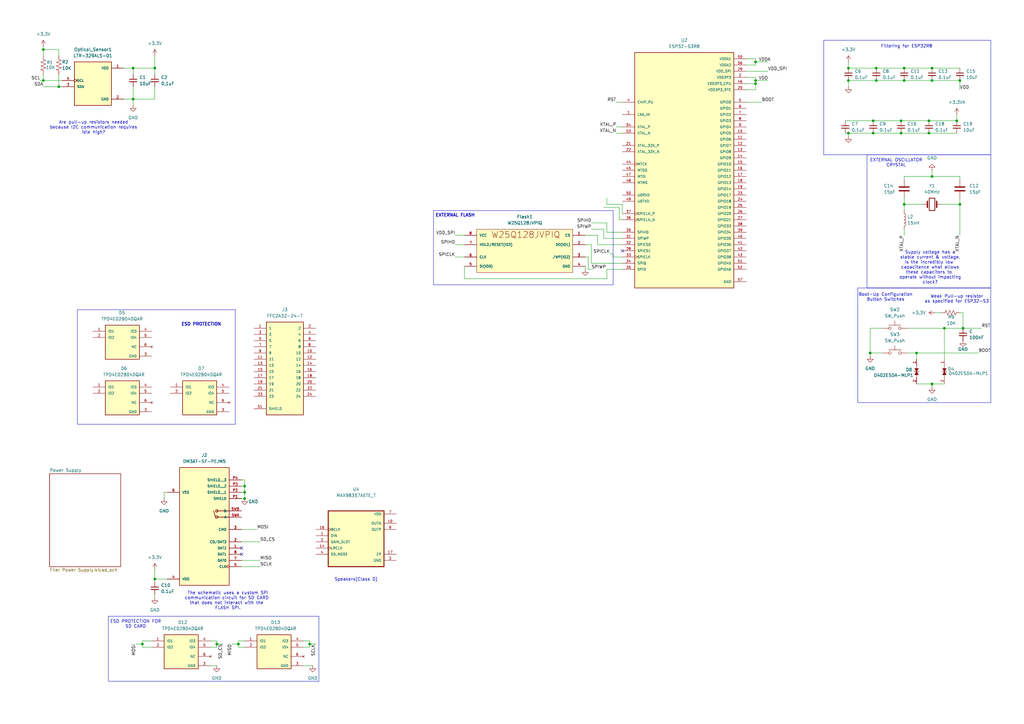
<source format=kicad_sch>
(kicad_sch (version 20250114) (generator "eeschema") (generator_version "9.0")
  (paper "A3")
  (lib_symbols
    (symbol "0402ESDA-MLP1:0402ESDA-MLP1" (pin_names (offset 1.016))
      (property "Reference" "D" (at -5.08 1.27 0))
      (property "Value" "0402ESDA-MLP1" (at -5.08 -3.81 0))
      (symbol "0402ESDA-MLP1_0_0"
        (pin passive line (at -5.08 0 0) (length 2.54) (name "~") (number "1"))
        (pin passive line (at 5.08 0 180) (length 2.54) (name "~") (number "2"))
      )
    )
    (symbol "24 Pin FPC Connector:FFC2A32-24-T" (pin_names (offset 1.016))
      (property "Reference" "J" (at -7.62 18.542 0))
      (property "Value" "FFC2A32-24-T" (at -7.62 -22.86 0))
      (symbol "FFC2A32-24-T_0_0"
        (pin passive line (at -12.7 15.24 0) (length 5.08) (name "1") (number "1"))
        (pin passive line (at -12.7 12.7 0) (length 5.08) (name "3") (number "3"))
        (pin passive line (at -12.7 10.16 0) (length 5.08) (name "5") (number "5"))
        (pin passive line (at -12.7 7.62 0) (length 5.08) (name "7") (number "7"))
        (pin passive line (at -12.7 5.08 0) (length 5.08) (name "9") (number "9"))
        (pin passive line (at -12.7 2.54 0) (length 5.08) (name "11") (number "11"))
        (pin passive line (at -12.7 0 0) (length 5.08) (name "13") (number "13"))
        (pin passive line (at -12.7 -2.54 0) (length 5.08) (name "15") (number "15"))
        (pin passive line (at -12.7 -5.08 0) (length 5.08) (name "17") (number "17"))
        (pin passive line (at -12.7 -7.62 0) (length 5.08) (name "19") (number "19"))
        (pin passive line (at -12.7 -10.16 0) (length 5.08) (name "21") (number "21"))
        (pin passive line (at -12.7 -12.7 0) (length 5.08) (name "23") (number "23"))
        (pin passive line (at -12.7 -17.78 0) (length 5.08) (name "SHIELD") (number "S1"))
        (pin passive line (at -12.7 -17.78 0) (length 5.08) (hide yes) (name "SHIELD") (number "S2"))
        (pin passive line (at -12.7 -17.78 0) (length 5.08) (hide yes) (name "SHIELD") (number "S3"))
        (pin passive line (at -12.7 -17.78 0) (length 5.08) (hide yes) (name "SHIELD") (number "S4"))
        (pin passive line (at 12.7 15.24 180) (length 5.08) (name "2") (number "2"))
        (pin passive line (at 12.7 12.7 180) (length 5.08) (name "4") (number "4"))
        (pin passive line (at 12.7 10.16 180) (length 5.08) (name "6") (number "6"))
        (pin passive line (at 12.7 7.62 180) (length 5.08) (name "8") (number "8"))
        (pin passive line (at 12.7 5.08 180) (length 5.08) (name "10") (number "10"))
        (pin passive line (at 12.7 2.54 180) (length 5.08) (name "12") (number "12"))
        (pin passive line (at 12.7 0 180) (length 5.08) (name "14") (number "14"))
        (pin passive line (at 12.7 -2.54 180) (length 5.08) (name "16") (number "16"))
        (pin passive line (at 12.7 -5.08 180) (length 5.08) (name "18") (number "18"))
        (pin passive line (at 12.7 -7.62 180) (length 5.08) (name "20") (number "20"))
        (pin passive line (at 12.7 -10.16 180) (length 5.08) (name "22") (number "22"))
        (pin passive line (at 12.7 -12.7 180) (length 5.08) (name "24") (number "24"))
      )
    )
    (symbol "DM3AT-SF-PEJM5 SIM Card:DM3AT-SF-PEJM5" (pin_names (offset 1.016))
      (property "Reference" "J" (at -10.16 20.828 0))
      (property "Value" "DM3AT-SF-PEJM5" (at -10.16 -30.48 0))
      (symbol "DM3AT-SF-PEJM5_0_0"
        (pin bidirectional clock (at -15.24 12.7 0) (length 5.08) (name "CLK") (number "5"))
        (pin bidirectional line (at -15.24 10.16 0) (length 5.08) (name "DAT0") (number "7"))
        (pin bidirectional line (at -15.24 7.62 0) (length 5.08) (name "DAT1") (number "8"))
        (pin bidirectional line (at -15.24 5.08 0) (length 5.08) (name "DAT2") (number "1"))
        (pin bidirectional line (at -15.24 2.54 0) (length 5.08) (name "CD/DAT3") (number "2"))
        (pin bidirectional line (at -15.24 -2.54 0) (length 5.08) (name "CMD") (number "3"))
        (pin bidirectional line (at -15.24 -7.62 0) (length 5.08) (name "A") (number "SWA"))
        (pin bidirectional line (at -15.24 -10.16 0) (length 5.08) (name "B") (number "SWB"))
        (pin passive line (at -15.24 -15.24 0) (length 5.08) (name "SHIELD") (number "P1"))
        (pin passive line (at -15.24 -17.78 0) (length 5.08) (name "SHIELD__1") (number "P2"))
        (pin passive line (at -15.24 -20.32 0) (length 5.08) (name "SHIELD__2") (number "P3"))
        (pin passive line (at -15.24 -22.86 0) (length 5.08) (name "SHIELD__3") (number "P4"))
        (pin power_in line (at 15.24 17.78 180) (length 5.08) (name "VDD") (number "4"))
        (pin power_in line (at 15.24 -17.78 180) (length 5.08) (name "VSS") (number "6"))
      )
    )
    (symbol "Device:C" (pin_numbers (hide yes)) (pin_names (offset 0.254))
      (property "Reference" "C" (at 0.635 2.54 0))
      (property "Value" "C" (at 0.635 -2.54 0))
      (symbol "C_1_1"
        (pin passive line (at 0 3.81 270) (length 2.794) (name "~") (number "1"))
        (pin passive line (at 0 -3.81 90) (length 2.794) (name "~") (number "2"))
      )
    )
    (symbol "Device:C_Small" (pin_numbers (hide yes)) (pin_names (offset 0.254) (hide yes))
      (property "Reference" "C" (at 0.254 1.778 0))
      (property "Value" "C_Small" (at 0.254 -2.032 0))
      (symbol "C_Small_1_1"
        (pin passive line (at 0 2.54 270) (length 2.032) (name "~") (number "1"))
        (pin passive line (at 0 -2.54 90) (length 2.032) (name "~") (number "2"))
      )
    )
    (symbol "Device:Crystal" (pin_numbers (hide yes)) (pin_names (offset 1.016) (hide yes))
      (property "Reference" "Y" (at 0 3.81 0))
      (property "Value" "Crystal" (at 0 -3.81 0))
      (symbol "Crystal_1_1"
        (pin passive line (at -3.81 0 0) (length 1.27) (name "1") (number "1"))
        (pin passive line (at 3.81 0 180) (length 1.27) (name "2") (number "2"))
      )
    )
    (symbol "Device:L" (pin_numbers (hide yes)) (pin_names (offset 1.016) (hide yes))
      (property "Reference" "L" (at -1.27 0 90))
      (property "Value" "L" (at 1.905 0 90))
      (symbol "L_1_1"
        (pin passive line (at 0 3.81 270) (length 1.27) (name "1") (number "1"))
        (pin passive line (at 0 -3.81 90) (length 1.27) (name "2") (number "2"))
      )
    )
    (symbol "Device:R_US" (pin_numbers (hide yes)) (pin_names (offset 0))
      (property "Reference" "R" (at 2.54 0 90))
      (property "Value" "R_US" (at -2.54 0 90))
      (symbol "R_US_1_1"
        (pin passive line (at 0 3.81 270) (length 1.27) (name "~") (number "1"))
        (pin passive line (at 0 -3.81 90) (length 1.27) (name "~") (number "2"))
      )
    )
    (symbol "ESP32-S3R8:ESP32-S3R8" (pin_names (offset 1.016))
      (property "Reference" "U" (at -20.32 49.53 0))
      (property "Value" "ESP32-S3R8" (at -20.32 -49.53 0))
      (symbol "ESP32-S3R8_0_0"
        (pin input line (at -25.4 27.94 0) (length 5.08) (name "CHIP_PU") (number "4"))
        (pin bidirectional line (at -25.4 22.86 0) (length 5.08) (name "LNA_IN") (number "1"))
        (pin input line (at -25.4 17.78 0) (length 5.08) (name "XTAL_P") (number "54"))
        (pin output line (at -25.4 15.24 0) (length 5.08) (name "XTAL_N") (number "53"))
        (pin bidirectional line (at -25.4 10.16 0) (length 5.08) (name "XTAL_32K_P") (number "21"))
        (pin bidirectional line (at -25.4 7.62 0) (length 5.08) (name "XTAL_32K_N") (number "22"))
        (pin bidirectional clock (at -25.4 2.54 0) (length 5.08) (name "MTCK") (number "44"))
        (pin bidirectional line (at -25.4 0 0) (length 5.08) (name "MTDO") (number "45"))
        (pin bidirectional line (at -25.4 -2.54 0) (length 5.08) (name "MTDI") (number "47"))
        (pin bidirectional line (at -25.4 -5.08 0) (length 5.08) (name "MTMS") (number "48"))
        (pin bidirectional line (at -25.4 -10.16 0) (length 5.08) (name "U0RXD") (number "50"))
        (pin bidirectional line (at -25.4 -12.7 0) (length 5.08) (name "U0TXD") (number "49"))
        (pin bidirectional clock (at -25.4 -17.78 0) (length 5.08) (name "SPICLK_P") (number "37"))
        (pin bidirectional clock (at -25.4 -20.32 0) (length 5.08) (name "SPICLK_N") (number "36"))
        (pin bidirectional line (at -25.4 -25.4 0) (length 5.08) (name "SPIHD") (number "30"))
        (pin bidirectional line (at -25.4 -27.94 0) (length 5.08) (name "SPIWP") (number "31"))
        (pin bidirectional line (at -25.4 -30.48 0) (length 5.08) (name "SPICS0") (number "32"))
        (pin bidirectional line (at -25.4 -33.02 0) (length 5.08) (name "SPICS1") (number "28"))
        (pin bidirectional clock (at -25.4 -35.56 0) (length 5.08) (name "SPICLK") (number "33"))
        (pin bidirectional line (at -25.4 -38.1 0) (length 5.08) (name "SPIQ") (number "34"))
        (pin bidirectional line (at -25.4 -40.64 0) (length 5.08) (name "SPID") (number "35"))
        (pin power_in line (at 25.4 45.72 180) (length 5.08) (name "VDDA1") (number "55"))
        (pin power_in line (at 25.4 43.18 180) (length 5.08) (name "VDDA2") (number "56"))
        (pin power_in line (at 25.4 40.64 180) (length 5.08) (name "VDD_SPI") (number "29"))
        (pin power_in line (at 25.4 38.1 180) (length 5.08) (name "VDD3P3") (number "2"))
        (pin power_in line (at 25.4 38.1 180) (length 5.08) (hide yes) (name "VDD3P3") (number "3"))
        (pin power_in line (at 25.4 35.56 180) (length 5.08) (name "VDD3P3_CPU") (number "46"))
        (pin power_in line (at 25.4 33.02 180) (length 5.08) (name "VDD3P3_RTC") (number "20"))
        (pin bidirectional line (at 25.4 27.94 180) (length 5.08) (name "GPIO0") (number "5"))
        (pin bidirectional line (at 25.4 25.4 180) (length 5.08) (name "GPIO1") (number "6"))
        (pin bidirectional line (at 25.4 22.86 180) (length 5.08) (name "GPIO2") (number "7"))
        (pin bidirectional line (at 25.4 20.32 180) (length 5.08) (name "GPIO3") (number "8"))
        (pin bidirectional line (at 25.4 17.78 180) (length 5.08) (name "GPIO4") (number "9"))
        (pin bidirectional line (at 25.4 15.24 180) (length 5.08) (name "GPIO5") (number "10"))
        (pin bidirectional line (at 25.4 12.7 180) (length 5.08) (name "GPIO6") (number "11"))
        (pin bidirectional line (at 25.4 10.16 180) (length 5.08) (name "GPIO7") (number "12"))
        (pin bidirectional line (at 25.4 7.62 180) (length 5.08) (name "GPIO8") (number "13"))
        (pin bidirectional line (at 25.4 5.08 180) (length 5.08) (name "GPIO9") (number "14"))
        (pin bidirectional line (at 25.4 2.54 180) (length 5.08) (name "GPIO10") (number "15"))
        (pin bidirectional line (at 25.4 0 180) (length 5.08) (name "GPIO11") (number "16"))
        (pin bidirectional line (at 25.4 -2.54 180) (length 5.08) (name "GPIO12") (number "17"))
        (pin bidirectional line (at 25.4 -5.08 180) (length 5.08) (name "GPIO13") (number "18"))
        (pin bidirectional line (at 25.4 -7.62 180) (length 5.08) (name "GPIO14") (number "19"))
        (pin bidirectional line (at 25.4 -10.16 180) (length 5.08) (name "GPIO17") (number "23"))
        (pin bidirectional line (at 25.4 -12.7 180) (length 5.08) (name "GPIO18") (number "24"))
        (pin bidirectional line (at 25.4 -15.24 180) (length 5.08) (name "GPIO19") (number "25"))
        (pin bidirectional line (at 25.4 -17.78 180) (length 5.08) (name "GPIO20") (number "26"))
        (pin bidirectional line (at 25.4 -20.32 180) (length 5.08) (name "GPIO21") (number "27"))
        (pin bidirectional line (at 25.4 -22.86 180) (length 5.08) (name "GPIO33") (number "38"))
        (pin bidirectional line (at 25.4 -25.4 180) (length 5.08) (name "GPIO34") (number "39"))
        (pin bidirectional line (at 25.4 -27.94 180) (length 5.08) (name "GPIO35") (number "40"))
        (pin bidirectional line (at 25.4 -30.48 180) (length 5.08) (name "GPIO36") (number "41"))
        (pin bidirectional line (at 25.4 -33.02 180) (length 5.08) (name "GPIO37") (number "42"))
        (pin bidirectional line (at 25.4 -35.56 180) (length 5.08) (name "GPIO38") (number "43"))
        (pin bidirectional line (at 25.4 -38.1 180) (length 5.08) (name "GPIO45") (number "51"))
        (pin bidirectional line (at 25.4 -40.64 180) (length 5.08) (name "GPIO46") (number "52"))
        (pin power_in line (at 25.4 -45.72 180) (length 5.08) (name "GND") (number "57"))
      )
    )
    (symbol "LTR-329ALS-01:LTR-329ALS-01" (pin_names (offset 1.016))
      (property "Reference" "U" (at -7.62 8.382 0))
      (property "Value" "LTR-329ALS-01" (at -7.62 -12.446 0))
      (symbol "LTR-329ALS-01_0_0"
        (pin input clock (at -12.7 0 0) (length 5.08) (name "SCL") (number "4"))
        (pin bidirectional line (at -12.7 -2.54 0) (length 5.08) (name "SDA") (number "3"))
        (pin power_in line (at 12.7 5.08 180) (length 5.08) (name "VDD") (number "1"))
        (pin power_in line (at 12.7 -7.62 180) (length 5.08) (name "GND") (number "2"))
      )
    )
    (symbol "MAX98357AETE+T:MAX98357AETE_T" (pin_names (offset 1.016))
      (property "Reference" "U5" (at 0 20.32 0))
      (property "Value" "MAX98357AETE_T" (at 0 17.78 0))
      (symbol "MAX98357AETE_T_0_0"
        (pin input clock (at -16.51 3.81 0) (length 5.08) (name "BCLK") (number "16"))
        (pin input line (at -16.51 1.27 0) (length 5.08) (name "DIN") (number "1"))
        (pin input line (at -16.51 -1.27 0) (length 5.08) (name "GAIN_SLOT") (number "2"))
        (pin input clock (at -16.51 -3.81 0) (length 5.08) (name "LRCLK") (number "14"))
        (pin input line (at -16.51 -6.35 0) (length 5.08) (name "SD_MODE") (number "4"))
        (pin power_in line (at 16.51 10.16 180) (length 5.08) (name "VDD") (number "7"))
        (pin power_in line (at 16.51 10.16 180) (length 5.08) (hide yes) (name "VDD") (number "8"))
        (pin output line (at 16.51 6.35 180) (length 5.08) (name "OUTN") (number "10"))
        (pin output line (at 16.51 3.81 180) (length 5.08) (name "OUTP") (number "9"))
        (pin power_in line (at 16.51 -6.35 180) (length 5.08) (name "EP") (number "17"))
        (pin power_in line (at 16.51 -8.89 180) (length 5.08) (hide yes) (name "GND") (number "11"))
        (pin power_in line (at 16.51 -8.89 180) (length 5.08) (hide yes) (name "GND") (number "15"))
        (pin power_in line (at 16.51 -8.89 180) (length 5.08) (name "GND") (number "3"))
      )
    )
    (symbol "Switch:SW_Push" (pin_numbers (hide yes)) (pin_names (offset 1.016) (hide yes))
      (property "Reference" "SW" (at 1.27 2.54 0))
      (property "Value" "SW_Push" (at 0 -1.524 0))
      (symbol "SW_Push_0_1"
        (pin passive line (at -5.08 0 0) (length 2.54) (name "1") (number "1"))
        (pin passive line (at 5.08 0 180) (length 2.54) (name "2") (number "2"))
      )
    )
    (symbol "TPD4E02B04DQAR_1" (pin_names (offset 1.016))
      (property "Reference" "D5" (at 0 12.7 0))
      (property "Value" "TPD4E02B04DQAR" (at 0 10.16 0))
      (symbol "TPD4E02B04DQAR_1_0_0"
        (pin bidirectional line (at -12.7 5.08 0) (length 5.08) (name "IO1") (number "1"))
        (pin bidirectional line (at -12.7 2.54 0) (length 5.08) (name "IO2") (number "2"))
        (pin bidirectional line (at 11.43 5.08 180) (length 5.08) (name "IO3") (number "4"))
        (pin bidirectional line (at 11.43 2.54 180) (length 5.08) (name "IO4") (number "5"))
        (pin no_connect line (at 11.43 -1.27 180) (length 5.08) (hide yes) (name "NC") (number "10"))
        (pin no_connect line (at 11.43 -1.27 180) (length 5.08) (name "NC") (number "6"))
        (pin no_connect line (at 11.43 -1.27 180) (length 5.08) (hide yes) (name "NC") (number "7"))
        (pin no_connect line (at 11.43 -1.27 180) (length 5.08) (hide yes) (name "NC") (number "9"))
        (pin power_in line (at 11.43 -5.08 180) (length 5.08) (name "GND") (number "3"))
        (pin power_in line (at 11.43 -5.08 180) (length 5.08) (hide yes) (name "GND") (number "8"))
      )
    )
    (symbol "W25Q128JVPIQ:W25Q128JVPIQ" (pin_names (offset 1.016))
      (property "Reference" "U4" (at 0 15.24 0))
      (property "Value" "W25Q128JVPIQ" (at 0 12.7 0))
      (symbol "W25Q128JVPIQ_0_0"
        (text "W25Q128JVPIQ" (at -1.016 6.604 0) (effects (font (size 2.54 2.54))))
        (pin bidirectional line (at -25.4 6.35 0) (length 5.08) (name "CS") (number "1"))
        (pin bidirectional line (at -25.4 2.54 0) (length 5.08) (name "DO(IO1)") (number "2"))
        (pin bidirectional line (at -25.4 -2.54 0) (length 5.08) (name "/WP(IO2)") (number "3"))
        (pin bidirectional line (at -25.4 -6.35 0) (length 5.08) (name "GND") (number "4"))
        (pin bidirectional line (at -25.4 -6.35 0) (length 5.08) (hide yes) (name "GND") (number "9"))
        (pin bidirectional line (at 24.13 6.35 180) (length 5.08) (name "VCC") (number "8"))
        (pin bidirectional line (at 24.13 2.54 180) (length 5.08) (name "HOLD/RESET(IO3)") (number "7"))
        (pin bidirectional line (at 24.13 -2.54 180) (length 5.08) (name "CLK") (number "6"))
        (pin bidirectional line (at 24.13 -6.35 180) (length 5.08) (name "DI(IO0)") (number "5"))
      )
    )
    (symbol "power:+3.3V" (power) (pin_numbers (hide yes)) (pin_names (offset 0) (hide yes))
      (property "Value" "+3.3V" (at 0 3.556 0))
      (symbol "+3.3V_1_1"
        (pin power_in line (at 0 0 90) (length 0) (name "~") (number "1"))
      )
    )
    (symbol "power:GND" (power) (pin_numbers (hide yes)) (pin_names (offset 0) (hide yes))
      (property "Value" "GND" (at 0 -3.81 0))
      (symbol "GND_1_1"
        (pin power_in line (at 0 0 270) (length 0) (name "~") (number "1"))
      )
    )
  )
  (rectangle (start 44.45 252.73) (end 130.81 279.4))
  (rectangle (start 351.79 118.11) (end 406.4 165.1))
  (rectangle (start 31.75 127) (end 96.52 173.99))
  (rectangle (start 355.6 63.5) (end 406.4 118.11))
  (rectangle (start 177.8 86.36) (end 251.46 116.84))
  (rectangle (start 337.82 16.51) (end 406.4 63.5))
  (text "ESD PROTECTION" (at 82.55 133.096 0) (effects (font (size 1.27 1.27) (thickness 0.254) (bold yes))))
  (text "The schematic uses a custom SPI\ncommunication circuit for SD CARD \nthat does not interact with the \nFLASH SPI." (at 93.472 246.38 0) (effects (font (size 1.27 1.27))))
  (text "Weak Pull-up resistor\nas specified for ESP32-S3\n" (at 392.43 122.682 0) (effects (font (size 1.27 1.27))))
  (text "Supply voltage has a\nstable current & voltage.\nIs the incredibly low \ncapacitance what allows\nthese capacitors to \noperate without impacting\nclock?" (at 381.508 109.728 0) (effects (font (size 1.27 1.27))))
  (text "Boot-Up Configuration\nButton Switches\n" (at 363.22 121.92 0) (effects (font (size 1.27 1.27))))
  (text "EXTERNAL OSCILLATOR\nCRYSTAL\n" (at 367.538 66.802 0) (effects (font (size 1.27 1.27))))
  (text "Speakers(Class D)\n" (at 146.05 237.744 0) (effects (font (size 1.27 1.27))))
  (text "Are pull-up resistors needed\nbecause I2C communication requires\nidle high?\n" (at 38.354 52.324 0) (effects (font (size 1.27 1.27))))
  (text "ESD PROTECTION FOR\nSD CARD\n" (at 55.626 256.032 0) (effects (font (size 1.27 1.27))))
  (text "EXTERNAL FLASH\n" (at 186.69 88.392 0) (effects (font (size 1.27 1.27) (thickness 0.254) (bold yes))))
  (text "Filtering for ESP32R8\n" (at 371.856 19.05 0) (effects (font (size 1.27 1.27))))
  (junction (at 393.7 33.02))
  (junction (at 17.78 20.32))
  (junction (at 17.78 33.02))
  (junction (at 347.98 54.61))
  (junction (at 309.88 34.29))
  (junction (at 387.35 134.62))
  (junction (at 359.41 33.02))
  (junction (at 381 54.61))
  (junction (at 369.57 54.61))
  (junction (at 382.27 157.48))
  (junction (at 100.33 199.39))
  (junction (at 309.88 25.4))
  (junction (at 369.57 49.53))
  (junction (at 381 49.53))
  (junction (at 394.97 134.62))
  (junction (at 393.7 83.82))
  (junction (at 100.33 204.47))
  (junction (at 359.41 27.94))
  (junction (at 358.14 54.61))
  (junction (at 375.92 144.78))
  (junction (at 63.5 27.94))
  (junction (at 63.5 237.49))
  (junction (at 347.98 27.94))
  (junction (at 309.88 33.02))
  (junction (at 54.61 40.64))
  (junction (at 24.13 35.56))
  (junction (at 358.14 49.53))
  (junction (at 97.79 264.16))
  (junction (at 347.98 33.02))
  (junction (at 356.87 144.78))
  (junction (at 58.42 264.16))
  (junction (at 370.84 27.94))
  (junction (at 382.27 33.02))
  (junction (at 88.9 264.16))
  (junction (at 100.33 201.93))
  (junction (at 370.84 33.02))
  (junction (at 54.61 27.94))
  (junction (at 382.27 72.39))
  (junction (at 370.84 83.82))
  (junction (at 382.27 27.94))
  (junction (at 127 264.16))
  (junction (at 392.43 49.53))
  (no_connect (at 255.27 102.87))
  (no_connect (at 99.06 224.79))
  (no_connect (at 99.06 227.33))
  (wire (pts (xy 241.3 110.49) (xy 241.3 105.41)))
  (wire (pts (xy 382.27 157.48) (xy 382.27 158.75)))
  (wire (pts (xy 255.27 87.63) (xy 255.27 83.82)))
  (wire (pts (xy 250.19 104.14) (xy 251.46 104.14)))
  (wire (pts (xy 347.98 33.02) (xy 347.98 35.56)))
  (wire (pts (xy 99.06 201.93) (xy 100.33 201.93)))
  (wire (pts (xy 242.57 107.95) (xy 242.57 100.33)))
  (wire (pts (xy 99.06 196.85) (xy 100.33 196.85)))
  (wire (pts (xy 370.84 93.98) (xy 370.84 96.52)))
  (wire (pts (xy 58.42 265.43) (xy 62.23 265.43)))
  (wire (pts (xy 381 49.53) (xy 392.43 49.53)))
  (wire (pts (xy 86.36 265.43) (xy 88.9 265.43)))
  (wire (pts (xy 382.27 33.02) (xy 393.7 33.02)))
  (wire (pts (xy 370.84 83.82) (xy 370.84 86.36)))
  (wire (pts (xy 393.7 83.82) (xy 393.7 81.28)))
  (wire (pts (xy 17.78 35.56) (xy 24.13 35.56)))
  (wire (pts (xy 383.54 128.27) (xy 386.08 128.27)))
  (wire (pts (xy 95.25 264.16) (xy 97.79 264.16)))
  (wire (pts (xy 370.84 81.28) (xy 370.84 83.82)))
  (wire (pts (xy 361.95 144.78) (xy 356.87 144.78)))
  (wire (pts (xy 248.92 114.3) (xy 190.5 114.3)))
  (wire (pts (xy 248.92 110.49) (xy 248.92 114.3)))
  (wire (pts (xy 251.46 104.14) (xy 251.46 105.41)))
  (wire (pts (xy 387.35 134.62) (xy 387.35 147.32)))
  (wire (pts (xy 68.58 201.93) (xy 67.31 201.93)))
  (wire (pts (xy 375.92 144.78) (xy 372.11 144.78)))
  (wire (pts (xy 86.36 262.89) (xy 88.9 262.89)))
  (wire (pts (xy 309.88 33.02) (xy 314.96 33.02)))
  (wire (pts (xy 375.92 157.48) (xy 382.27 157.48)))
  (wire (pts (xy 393.7 33.02) (xy 393.7 36.83)))
  (wire (pts (xy 306.07 29.21) (xy 314.96 29.21)))
  (wire (pts (xy 309.88 33.02) (xy 309.88 31.75)))
  (wire (pts (xy 309.88 36.83) (xy 309.88 34.29)))
  (wire (pts (xy 241.3 105.41) (xy 240.03 105.41)))
  (wire (pts (xy 375.92 147.32) (xy 375.92 144.78)))
  (wire (pts (xy 375.92 144.78) (xy 401.32 144.78)))
  (wire (pts (xy 382.27 72.39) (xy 393.7 72.39)))
  (wire (pts (xy 309.88 25.4) (xy 309.88 26.67)))
  (wire (pts (xy 63.5 40.64) (xy 54.61 40.64)))
  (wire (pts (xy 247.65 97.79) (xy 255.27 97.79)))
  (wire (pts (xy 54.61 30.48) (xy 54.61 27.94)))
  (wire (pts (xy 63.5 35.56) (xy 63.5 40.64)))
  (wire (pts (xy 86.36 273.05) (xy 88.9 273.05)))
  (wire (pts (xy 63.5 237.49) (xy 63.5 238.76)))
  (wire (pts (xy 50.8 27.94) (xy 54.61 27.94)))
  (wire (pts (xy 309.88 25.4) (xy 314.96 25.4)))
  (wire (pts (xy 54.61 27.94) (xy 63.5 27.94)))
  (wire (pts (xy 361.95 134.62) (xy 356.87 134.62)))
  (wire (pts (xy 63.5 22.86) (xy 63.5 27.94)))
  (wire (pts (xy 386.08 83.82) (xy 393.7 83.82)))
  (wire (pts (xy 190.5 114.3) (xy 190.5 109.22)))
  (wire (pts (xy 387.35 134.62) (xy 394.97 134.62)))
  (wire (pts (xy 359.41 33.02) (xy 370.84 33.02)))
  (wire (pts (xy 124.46 273.05) (xy 128.27 273.05)))
  (wire (pts (xy 67.31 201.93) (xy 67.31 204.47)))
  (wire (pts (xy 372.11 134.62) (xy 387.35 134.62)))
  (wire (pts (xy 17.78 30.48) (xy 17.78 33.02)))
  (wire (pts (xy 306.07 34.29) (xy 309.88 34.29)))
  (wire (pts (xy 255.27 90.17) (xy 254 90.17)))
  (wire (pts (xy 255.27 107.95) (xy 242.57 107.95)))
  (wire (pts (xy 306.07 41.91) (xy 312.42 41.91)))
  (wire (pts (xy 17.78 20.32) (xy 17.78 22.86)))
  (wire (pts (xy 347.98 54.61) (xy 358.14 54.61)))
  (wire (pts (xy 97.79 262.89) (xy 97.79 264.16)))
  (wire (pts (xy 24.13 35.56) (xy 25.4 35.56)))
  (wire (pts (xy 255.27 110.49) (xy 248.92 110.49)))
  (wire (pts (xy 63.5 233.68) (xy 63.5 237.49)))
  (wire (pts (xy 370.84 83.82) (xy 378.46 83.82)))
  (wire (pts (xy 88.9 262.89) (xy 88.9 264.16)))
  (wire (pts (xy 356.87 144.78) (xy 356.87 146.05)))
  (wire (pts (xy 99.06 229.87) (xy 106.68 229.87)))
  (wire (pts (xy 17.78 19.05) (xy 17.78 20.32)))
  (wire (pts (xy 100.33 201.93) (xy 100.33 204.47)))
  (wire (pts (xy 347.98 25.4) (xy 347.98 27.94)))
  (wire (pts (xy 186.69 100.33) (xy 190.5 100.33)))
  (wire (pts (xy 99.06 232.41) (xy 106.68 232.41)))
  (wire (pts (xy 88.9 264.16) (xy 91.44 264.16)))
  (wire (pts (xy 63.5 30.48) (xy 63.5 27.94)))
  (wire (pts (xy 99.06 222.25) (xy 106.68 222.25)))
  (wire (pts (xy 105.41 217.17) (xy 99.06 217.17)))
  (wire (pts (xy 97.79 265.43) (xy 100.33 265.43)))
  (wire (pts (xy 242.57 100.33) (xy 240.03 100.33)))
  (wire (pts (xy 247.65 93.98) (xy 247.65 97.79)))
  (wire (pts (xy 392.43 46.99) (xy 392.43 49.53)))
  (wire (pts (xy 306.07 31.75) (xy 309.88 31.75)))
  (wire (pts (xy 124.46 262.89) (xy 127 262.89)))
  (wire (pts (xy 16.51 33.02) (xy 17.78 33.02)))
  (wire (pts (xy 347.98 54.61) (xy 347.98 55.88)))
  (wire (pts (xy 242.57 110.49) (xy 241.3 110.49)))
  (wire (pts (xy 358.14 54.61) (xy 369.57 54.61)))
  (wire (pts (xy 17.78 33.02) (xy 25.4 33.02)))
  (wire (pts (xy 58.42 262.89) (xy 58.42 264.16)))
  (wire (pts (xy 97.79 264.16) (xy 97.79 265.43)))
  (wire (pts (xy 394.97 134.62) (xy 402.59 134.62)))
  (wire (pts (xy 186.69 96.52) (xy 190.5 96.52)))
  (wire (pts (xy 186.69 105.41) (xy 190.5 105.41)))
  (wire (pts (xy 347.98 27.94) (xy 359.41 27.94)))
  (wire (pts (xy 24.13 30.48) (xy 24.13 35.56)))
  (wire (pts (xy 99.06 204.47) (xy 100.33 204.47)))
  (wire (pts (xy 247.65 85.09) (xy 254 85.09)))
  (wire (pts (xy 55.88 264.16) (xy 58.42 264.16)))
  (wire (pts (xy 381 54.61) (xy 392.43 54.61)))
  (wire (pts (xy 245.11 100.33) (xy 245.11 96.52)))
  (wire (pts (xy 393.7 83.82) (xy 393.7 96.52)))
  (wire (pts (xy 252.73 52.07) (xy 255.27 52.07)))
  (wire (pts (xy 54.61 35.56) (xy 54.61 40.64)))
  (wire (pts (xy 127 265.43) (xy 127 264.16)))
  (wire (pts (xy 255.27 83.82) (xy 248.92 83.82)))
  (wire (pts (xy 306.07 36.83) (xy 309.88 36.83)))
  (wire (pts (xy 309.88 24.13) (xy 309.88 25.4)))
  (wire (pts (xy 248.92 95.25) (xy 255.27 95.25)))
  (wire (pts (xy 88.9 264.16) (xy 88.9 265.43)))
  (wire (pts (xy 359.41 27.94) (xy 370.84 27.94)))
  (wire (pts (xy 124.46 265.43) (xy 127 265.43)))
  (wire (pts (xy 347.98 33.02) (xy 359.41 33.02)))
  (wire (pts (xy 346.71 49.53) (xy 358.14 49.53)))
  (wire (pts (xy 370.84 33.02) (xy 382.27 33.02)))
  (wire (pts (xy 252.73 54.61) (xy 255.27 54.61)))
  (wire (pts (xy 369.57 54.61) (xy 381 54.61)))
  (wire (pts (xy 309.88 34.29) (xy 309.88 33.02)))
  (wire (pts (xy 382.27 157.48) (xy 387.35 157.48)))
  (wire (pts (xy 245.11 96.52) (xy 240.03 96.52)))
  (wire (pts (xy 369.57 49.53) (xy 381 49.53)))
  (wire (pts (xy 100.33 196.85) (xy 100.33 199.39)))
  (wire (pts (xy 370.84 73.66) (xy 370.84 72.39)))
  (wire (pts (xy 63.5 243.84) (xy 63.5 245.11)))
  (wire (pts (xy 370.84 27.94) (xy 382.27 27.94)))
  (wire (pts (xy 99.06 199.39) (xy 100.33 199.39)))
  (wire (pts (xy 63.5 237.49) (xy 68.58 237.49)))
  (wire (pts (xy 252.73 41.91) (xy 255.27 41.91)))
  (wire (pts (xy 17.78 20.32) (xy 24.13 20.32)))
  (wire (pts (xy 254 90.17) (xy 254 85.09)))
  (wire (pts (xy 100.33 199.39) (xy 100.33 201.93)))
  (wire (pts (xy 100.33 262.89) (xy 97.79 262.89)))
  (wire (pts (xy 382.27 27.94) (xy 393.7 27.94)))
  (wire (pts (xy 306.07 24.13) (xy 309.88 24.13)))
  (wire (pts (xy 370.84 72.39) (xy 382.27 72.39)))
  (wire (pts (xy 54.61 40.64) (xy 54.61 43.18)))
  (wire (pts (xy 255.27 100.33) (xy 245.11 100.33)))
  (wire (pts (xy 394.97 128.27) (xy 394.97 134.62)))
  (wire (pts (xy 240.03 110.49) (xy 240.03 109.22)))
  (wire (pts (xy 62.23 262.89) (xy 58.42 262.89)))
  (wire (pts (xy 251.46 105.41) (xy 255.27 105.41)))
  (wire (pts (xy 346.71 54.61) (xy 347.98 54.61)))
  (wire (pts (xy 127 264.16) (xy 127 262.89)))
  (wire (pts (xy 358.14 49.53) (xy 369.57 49.53)))
  (wire (pts (xy 50.8 40.64) (xy 54.61 40.64)))
  (wire (pts (xy 58.42 264.16) (xy 58.42 265.43)))
  (wire (pts (xy 382.27 72.39) (xy 382.27 69.85)))
  (wire (pts (xy 242.57 91.44) (xy 248.92 91.44)))
  (wire (pts (xy 393.7 128.27) (xy 394.97 128.27)))
  (wire (pts (xy 393.7 73.66) (xy 393.7 72.39)))
  (wire (pts (xy 248.92 91.44) (xy 248.92 95.25)))
  (wire (pts (xy 309.88 26.67) (xy 306.07 26.67)))
  (wire (pts (xy 248.92 81.28) (xy 248.92 83.82)))
  (wire (pts (xy 242.57 93.98) (xy 247.65 93.98)))
  (wire (pts (xy 356.87 134.62) (xy 356.87 144.78)))
  (wire (pts (xy 24.13 20.32) (xy 24.13 22.86)))
  (wire (pts (xy 127 264.16) (xy 129.54 264.16)))
  (label "SCL" (at 16.51 33.02 180))
  (label "MISO" (at 106.68 229.87 0))
  (label "XTAL_N" (at 393.7 96.52 270))
  (label "SPICLK" (at 250.19 104.14 180))
  (label "VDD" (at 393.7 36.83 0))
  (label "SPIWP" (at 242.57 93.98 180))
  (label "VDD_SPI" (at 314.96 29.21 0))
  (label "BOOT" (at 312.42 41.91 0))
  (label "MOSI" (at 105.41 217.17 0))
  (label "RST" (at 402.59 134.62 0))
  (label "SDA" (at 17.78 35.56 180))
  (label "SPICLK" (at 186.69 105.41 180))
  (label "XTAL_P" (at 252.73 52.07 180))
  (label "MISO" (at 95.25 264.16 270))
  (label "SCLK" (at 106.68 232.41 0))
  (label "VDD" (at 311.15 33.02 0))
  (label "XTAL_P" (at 370.84 96.52 270))
  (label "MOSI" (at 55.88 264.16 270))
  (label "SD_CS" (at 106.68 222.25 0))
  (label "VDD_SPI" (at 186.69 96.52 180))
  (label "VDDA" (at 311.15 25.4 0))
  (label "SD_CS" (at 91.44 264.16 270))
  (label "SPIWP" (at 242.57 110.49 0))
  (label "XTAL_N" (at 252.73 54.61 180))
  (label "SPIHD" (at 242.57 91.44 180))
  (label "SCLK" (at 129.54 264.16 270))
  (label "BOOT" (at 401.32 144.78 0))
  (label "SPIHD" (at 186.69 100.33 180))
  (label "RST" (at 252.73 41.91 180))
  (symbol (lib_id "Device:C") (at 370.84 77.47 0) (unit 1)
    (property "Reference" "C14" (at 362.458 76.2 0) (effects (justify left)))
    (property "Value" "15pF" (at 362.458 78.74 0) (effects (justify left)))
    (property "Description" "Unpolarized capacitor" (effects (hide yes)))
  )
  (symbol (lib_id "LTR-329ALS-01:LTR-329ALS-01") (at 38.1 33.02 0) (unit 1)
    (property "Reference" "Optical_Sensor1" (at 38.1 20.32 0))
    (property "Value" "LTR-329ALS-01" (at 38.1 22.86 0))
    (property "Footprint" "LTR-329ALS-01:IC_LTR-329ALS-01" (effects (hide yes)))
    (property "DigiKey_Part_Number" "160-2160-1-ND" (effects (hide yes)))
    (property "SnapEDA_Link" "https://www.snapeda.com/parts/LTR-329ALS-01/Lite-On/view-part/?ref=snap" (effects (hide yes)))
    (property "MAXIMUM_PACKAGE_HEIGHT" "0.7mm" (effects (hide yes)))
    (property "CREATOR" "DIZAR" (effects (hide yes)))
    (property "Package" "VDFN-4 Lite-On" (effects (hide yes)))
    (property "Check_prices" "https://www.snapeda.com/parts/LTR-329ALS-01/Lite-On/view-part/?ref=eda" (effects (hide yes)))
    (property "STANDARD" "Manufacturer Recommendations" (effects (hide yes)))
    (property "PARTREV" "1.8" (effects (hide yes)))
    (property "MF" "Lite-On Inc." (effects (hide yes)))
    (property "MP" "LTR-329ALS-01" (effects (hide yes)))
    (property "Description_1" "Optical Sensor Ambient - I²C 4-VDFN" (effects (hide yes)))
    (property "MANUFACTURER" "Lite-On Inc." (effects (hide yes)))
  )
  (symbol (lib_id "Device:C_Small") (at 346.71 52.07 0) (unit 1)
    (property "Reference" "C7" (at 349.25 50.8062 0) (effects (justify left)))
    (property "Value" "0.1uF" (at 349.25 53.3462 0) (effects (justify left)))
    (property "Description" "Unpolarized capacitor, small symbol" (effects (hide yes)))
  )
  (symbol (lib_name "TPD4E02B04DQAR_1") (lib_id "TPD4E02B04DQAR (TVS Diodes):TPD4E02B04DQAR") (at 82.55 163.83 0) (unit 1)
    (property "Reference" "D7" (at 82.55 151.13 0))
    (property "Value" "TPD4E02B04DQAR" (at 82.55 153.67 0))
    (property "Footprint" "TPD4E02B04DQAR:DIO_TPD4E02B04DQAR" (effects (hide yes)))
    (property "DigiKey_Part_Number" "296-43875-1-ND" (effects (hide yes)))
    (property "SnapEDA_Link" "https://www.snapeda.com/parts/TPD4E02B04DQAR/Texas+Instruments/view-part/?ref=snap" (effects (hide yes)))
    (property "MAXIMUM_PACKAGE_HEIGHT" "0.55 mm" (effects (hide yes)))
    (property "Package" "USON-10 Texas Instruments" (effects (hide yes)))
    (property "Check_prices" "https://www.snapeda.com/parts/TPD4E02B04DQAR/Texas+Instruments/view-part/?ref=eda" (effects (hide yes)))
    (property "STANDARD" "Manufacturer Recommendations" (effects (hide yes)))
    (property "PARTREV" "B" (effects (hide yes)))
    (property "MF" "Texas Instruments" (effects (hide yes)))
    (property "MP" "TPD4E02B04DQAR" (effects (hide yes)))
    (property "Description_1" "Quad 0.25-pF, ±3.6-V, ±12-kV ESD protection diode for USB 3.0,  HDMI 2.0 & High Speed Signals" (effects (hide yes)))
    (property "MANUFACTURER" "Texas Instruments" (effects (hide yes)))
  )
  (symbol (lib_id "Device:C_Small") (at 54.61 33.02 0) (unit 1)
    (property "Reference" "C1" (at 57.15 31.7562 0) (effects (justify left)))
    (property "Value" "10uF" (at 57.15 34.2962 0) (effects (justify left)))
    (property "Description" "Unpolarized capacitor, small symbol" (effects (hide yes)))
  )
  (symbol (lib_id "Device:C_Small") (at 382.27 30.48 0) (unit 1)
    (property "Reference" "C13" (at 384.81 29.2162 0) (effects (justify left)))
    (property "Value" "0.1uF" (at 384.81 31.7562 0) (effects (justify left)))
    (property "Description" "Unpolarized capacitor, small symbol" (effects (hide yes)))
  )
  (symbol (lib_id "power:GND") (at 347.98 35.56 0) (unit 1)
    (property "Reference" "#PWR03" (effects (hide yes)))
    (property "Value" "GND" (effects (hide yes)))
    (property "Description" "Power symbol creates a global label with name \"GND\" , ground" (effects (hide yes)))
  )
  (symbol (lib_id "0402ESDA-MLP1:0402ESDA-MLP1") (at 375.92 152.4 270) (unit 1)
    (property "Reference" "D8" (at 374.142 151.638 90) (effects (justify right)))
    (property "Value" "0402ESDA-MLP1" (at 374.65 153.924 90) (effects (justify right)))
    (property "Footprint" "0402ESDA-MLP1:ESD_0402ESDA-MLP1" (effects (hide yes)))
    (property "DigiKey_Part_Number" "283-0402ESDA-MLP1CT-ND" (effects (hide yes)))
    (property "MF" "Eaton" (effects (hide yes)))
    (property "DESCRIPTION" "ESD Suppressor Diode Polymer Bi-Dir 30V 2-Pin Case 0402(1006Metric) T/R" (effects (hide yes)))
    (property "PACKAGE" "0402 Eaton" (effects (hide yes)))
    (property "PRICE" "None" (effects (hide yes)))
    (property "Package" "0402 Eaton" (effects (hide yes)))
    (property "Check_prices" "https://www.snapeda.com/parts/0402ESDA-MLP1/Eaton/view-part/?ref=eda" (effects (hide yes)))
    (property "SnapEDA_Link" "https://www.snapeda.com/parts/0402ESDA-MLP1/Eaton/view-part/?ref=snap" (effects (hide yes)))
    (property "MP" "0402ESDA-MLP1" (effects (hide yes)))
    (property "AVAILABILITY" "In Stock" (effects (hide yes)))
    (property "Description_1" "SUPPRESSORS ESD SUPPRESSORS POLYSURG 0402 35V .05PF | Eaton Electronics 0402ESDA-MLP1" (effects (hide yes)))
  )
  (symbol (lib_id "Device:C_Small") (at 394.97 137.16 0) (unit 1)
    (property "Reference" "C" (at 397.51 135.8962 0) (effects (justify left)))
    (property "Value" "100nF" (at 397.51 138.4362 0) (effects (justify left)))
    (property "Description" "Unpolarized capacitor, small symbol" (effects (hide yes)))
  )
  (symbol (lib_id "Device:R_US") (at 17.78 26.67 0) (unit 1)
    (property "Reference" "R1" (at 19.05 25.654 0) (effects (justify left)))
    (property "Value" "10K" (at 18.796 27.686 0) (effects (justify left)))
    (property "Description" "Resistor, US symbol" (effects (hide yes)))
  )
  (symbol (lib_id "Device:C_Small") (at 359.41 30.48 0) (unit 1)
    (property "Reference" "C8" (at 361.95 29.2162 0) (effects (justify left)))
    (property "Value" "0.1uF" (at 361.95 31.7562 0) (effects (justify left)))
    (property "Description" "Unpolarized capacitor, small symbol" (effects (hide yes)))
  )
  (symbol (lib_id "Device:C_Small") (at 369.57 52.07 0) (unit 1)
    (property "Reference" "C16" (at 372.11 50.8062 0) (effects (justify left)))
    (property "Value" "0.1uF" (at 372.11 53.3462 0) (effects (justify left)))
    (property "Description" "Unpolarized capacitor, small symbol" (effects (hide yes)))
  )
  (symbol (lib_id "power:GND") (at 382.27 158.75 0) (unit 1)
    (property "Reference" "#PWR07" (effects (hide yes)))
    (property "Value" "GND" (at 382.27 163.83 0))
    (property "Description" "Power symbol creates a global label with name \"GND\" , ground" (effects (hide yes)))
  )
  (symbol (lib_id "MAX98357AETE+T:MAX98357AETE_T") (at 146.05 220.98 0) (unit 1)
    (property "Reference" "U4" (at 146.05 200.66 0))
    (property "Value" "MAX98357AETE_T" (at 146.05 203.2 0))
    (property "Footprint" "MAX98357AETE_T:QFN50P300X300X80-17N" (effects (hide yes)))
    (property "DigiKey_Part_Number" "MAX98357AETE+TCT-ND" (effects (hide yes)))
    (property "MF" "Analog Devices" (effects (hide yes)))
    (property "Description_1" "Tiny, Low-Cost, PCM Class D Amplifier with Class AB Performance" (effects (hide yes)))
    (property "Package" "TQFN-16 Maxim" (effects (hide yes)))
    (property "Price" "None" (effects (hide yes)))
    (property "SnapEDA_Link" "https://www.snapeda.com/parts/MAX98357AETE+T/Analog+Devices/view-part/?ref=snap" (effects (hide yes)))
    (property "MP" "MAX98357AETE+T" (effects (hide yes)))
    (property "Availability" "Unavailable" (effects (hide yes)))
    (property "Check_prices" "https://www.snapeda.com/parts/MAX98357AETE+T/Analog+Devices/view-part/?ref=eda" (effects (hide yes)))
  )
  (symbol (lib_id "Device:C_Small") (at 63.5 33.02 0) (unit 1)
    (property "Reference" "C2" (at 66.04 31.7562 0) (effects (justify left)))
    (property "Value" "0.1uF" (at 66.04 34.2962 0) (effects (justify left)))
    (property "Description" "Unpolarized capacitor, small symbol" (effects (hide yes)))
  )
  (symbol (lib_id "power:+3.3V") (at 383.54 128.27 90) (unit 1)
    (property "Reference" "#PWR09" (effects (hide yes)))
    (property "Value" "+3.3V" (at 379.73 128.2699 90) (effects (justify left)))
    (property "Description" "Power symbol creates a global label with name \"+3.3V\"" (effects (hide yes)))
  )
  (symbol (lib_id "Device:C_Small") (at 358.14 52.07 0) (unit 1)
    (property "Reference" "C9" (at 360.68 50.8062 0) (effects (justify left)))
    (property "Value" "0.1uF" (at 360.68 53.3462 0) (effects (justify left)))
    (property "Description" "Unpolarized capacitor, small symbol" (effects (hide yes)))
  )
  (symbol (lib_id "Device:C_Small") (at 393.7 30.48 0) (unit 1)
    (property "Reference" "C15" (at 396.24 29.2162 0) (effects (justify left)))
    (property "Value" "10uF" (at 396.24 31.7562 0) (effects (justify left)))
    (property "Description" "Unpolarized capacitor, small symbol" (effects (hide yes)))
  )
  (symbol (lib_id "power:GND") (at 347.98 55.88 0) (unit 1)
    (property "Reference" "#PWR02" (effects (hide yes)))
    (property "Value" "GND" (effects (hide yes)))
    (property "Description" "Power symbol creates a global label with name \"GND\" , ground" (effects (hide yes)))
  )
  (symbol (lib_id "Device:R_US") (at 24.13 26.67 0) (unit 1)
    (property "Reference" "R2" (at 25.4 25.4 0) (effects (justify left)))
    (property "Value" "10K" (at 25.4 27.94 0) (effects (justify left)))
    (property "Description" "Resistor, US symbol" (effects (hide yes)))
  )
  (symbol (lib_name "TPD4E02B04DQAR_1") (lib_id "TPD4E02B04DQAR (TVS Diodes):TPD4E02B04DQAR") (at 113.03 267.97 0) (unit 1)
    (property "Reference" "D13" (at 113.03 255.27 0))
    (property "Value" "TPD4E02B04DQAR" (at 113.03 257.81 0))
    (property "Footprint" "TPD4E02B04DQAR:DIO_TPD4E02B04DQAR" (effects (hide yes)))
    (property "DigiKey_Part_Number" "296-43875-1-ND" (effects (hide yes)))
    (property "SnapEDA_Link" "https://www.snapeda.com/parts/TPD4E02B04DQAR/Texas+Instruments/view-part/?ref=snap" (effects (hide yes)))
    (property "MAXIMUM_PACKAGE_HEIGHT" "0.55 mm" (effects (hide yes)))
    (property "Package" "USON-10 Texas Instruments" (effects (hide yes)))
    (property "Check_prices" "https://www.snapeda.com/parts/TPD4E02B04DQAR/Texas+Instruments/view-part/?ref=eda" (effects (hide yes)))
    (property "STANDARD" "Manufacturer Recommendations" (effects (hide yes)))
    (property "PARTREV" "B" (effects (hide yes)))
    (property "MF" "Texas Instruments" (effects (hide yes)))
    (property "MP" "TPD4E02B04DQAR" (effects (hide yes)))
    (property "Description_1" "Quad 0.25-pF, ±3.6-V, ±12-kV ESD protection diode for USB 3.0,  HDMI 2.0 & High Speed Signals" (effects (hide yes)))
    (property "MANUFACTURER" "Texas Instruments" (effects (hide yes)))
  )
  (symbol (lib_name "TPD4E02B04DQAR_1") (lib_id "TPD4E02B04DQAR (TVS Diodes):TPD4E02B04DQAR") (at 74.93 267.97 0) (unit 1)
    (property "Reference" "D12" (at 74.93 255.27 0))
    (property "Value" "TPD4E02B04DQAR" (at 74.93 257.81 0))
    (property "Footprint" "TPD4E02B04DQAR:DIO_TPD4E02B04DQAR" (effects (hide yes)))
    (property "DigiKey_Part_Number" "296-43875-1-ND" (effects (hide yes)))
    (property "SnapEDA_Link" "https://www.snapeda.com/parts/TPD4E02B04DQAR/Texas+Instruments/view-part/?ref=snap" (effects (hide yes)))
    (property "MAXIMUM_PACKAGE_HEIGHT" "0.55 mm" (effects (hide yes)))
    (property "Package" "USON-10 Texas Instruments" (effects (hide yes)))
    (property "Check_prices" "https://www.snapeda.com/parts/TPD4E02B04DQAR/Texas+Instruments/view-part/?ref=eda" (effects (hide yes)))
    (property "STANDARD" "Manufacturer Recommendations" (effects (hide yes)))
    (property "PARTREV" "B" (effects (hide yes)))
    (property "MF" "Texas Instruments" (effects (hide yes)))
    (property "MP" "TPD4E02B04DQAR" (effects (hide yes)))
    (property "Description_1" "Quad 0.25-pF, ±3.6-V, ±12-kV ESD protection diode for USB 3.0,  HDMI 2.0 & High Speed Signals" (effects (hide yes)))
    (property "MANUFACTURER" "Texas Instruments" (effects (hide yes)))
  )
  (symbol (lib_id "power:GND") (at 67.31 204.47 0) (unit 1)
    (property "Reference" "#PWR0101" (effects (hide yes)))
    (property "Value" "GND" (at 67.31 209.55 0))
    (property "Description" "Power symbol creates a global label with name \"GND\" , ground" (effects (hide yes)))
  )
  (symbol (lib_id "power:GND") (at 382.27 69.85 180) (unit 1)
    (property "Reference" "#PWR05" (effects (hide yes)))
    (property "Value" "GND" (at 382.27 64.77 0))
    (property "Description" "Power symbol creates a global label with name \"GND\" , ground" (effects (hide yes)))
  )
  (symbol (lib_id "Switch:SW_Push") (at 367.03 144.78 0) (unit 1)
    (property "Reference" "SW3" (at 367.03 137.16 0))
    (property "Value" "SW_Push" (at 367.03 139.7 0))
    (property "Description" "Push button switch, generic, two pins" (effects (hide yes)))
  )
  (symbol (lib_id "power:+3.3V") (at 17.78 19.05 0) (unit 1)
    (property "Reference" "#PWR0105" (effects (hide yes)))
    (property "Value" "+3.3V" (at 17.78 13.97 0))
    (property "Description" "Power symbol creates a global label with name \"+3.3V\"" (effects (hide yes)))
  )
  (symbol (lib_id "power:+3.3V") (at 63.5 233.68 0) (unit 1)
    (property "Reference" "#PWR0104" (effects (hide yes)))
    (property "Value" "+3.3V" (at 63.5 228.6 0))
    (property "Description" "Power symbol creates a global label with name \"+3.3V\"" (effects (hide yes)))
  )
  (symbol (lib_id "Device:C_Small") (at 63.5 241.3 0) (unit 1)
    (property "Reference" "C10" (at 66.04 240.0362 0) (effects (justify left)))
    (property "Value" "0.1uF" (at 66.04 242.5762 0) (effects (justify left)))
    (property "Description" "Unpolarized capacitor, small symbol" (effects (hide yes)))
  )
  (symbol (lib_id "power:+3.3V") (at 347.98 25.4 0) (unit 1)
    (property "Reference" "#PWR0110" (effects (hide yes)))
    (property "Value" "+3.3V" (at 347.98 20.32 0))
    (property "Description" "Power symbol creates a global label with name \"+3.3V\"" (effects (hide yes)))
  )
  (symbol (lib_id "Device:L") (at 370.84 90.17 0) (unit 1)
    (property "Reference" "L2" (at 372.11 88.8999 0) (effects (justify left)))
    (property "Value" "15nH" (at 372.11 91.4399 0) (effects (justify left)))
    (property "Description" "Inductor" (effects (hide yes)))
  )
  (symbol (lib_id "Device:C_Small") (at 381 52.07 0) (unit 1)
    (property "Reference" "C18" (at 383.54 50.8062 0) (effects (justify left)))
    (property "Value" "0.1uF" (at 383.54 53.3462 0) (effects (justify left)))
    (property "Description" "Unpolarized capacitor, small symbol" (effects (hide yes)))
  )
  (symbol (lib_id "power:GND") (at 63.5 245.11 0) (unit 1)
    (property "Reference" "#PWR0103" (effects (hide yes)))
    (property "Value" "GND" (at 63.5 250.19 0))
    (property "Description" "Power symbol creates a global label with name \"GND\" , ground" (effects (hide yes)))
  )
  (symbol (lib_id "power:GND") (at 88.9 273.05 0) (unit 1)
    (property "Reference" "#PWR011" (effects (hide yes)))
    (property "Value" "GND" (at 88.9 278.13 0))
    (property "Description" "Power symbol creates a global label with name \"GND\" , ground" (effects (hide yes)))
  )
  (symbol (lib_id "Device:R_US") (at 389.89 128.27 90) (unit 1)
    (property "Reference" "R9" (at 390.144 130.048 90))
    (property "Value" "10K" (at 390.144 132.588 90))
    (property "Description" "Resistor, US symbol" (effects (hide yes)))
  )
  (symbol (lib_id "0402ESDA-MLP1:0402ESDA-MLP1") (at 387.35 152.4 270) (unit 1)
    (property "Reference" "D4" (at 391.414 151.384 90) (effects (justify right)))
    (property "Value" "0402ESDA-MLP1" (at 405.384 153.162 90) (effects (justify right)))
    (property "Footprint" "0402ESDA-MLP1:ESD_0402ESDA-MLP1" (effects (hide yes)))
    (property "DigiKey_Part_Number" "283-0402ESDA-MLP1CT-ND" (effects (hide yes)))
    (property "MF" "Eaton" (effects (hide yes)))
    (property "DESCRIPTION" "ESD Suppressor Diode Polymer Bi-Dir 30V 2-Pin Case 0402(1006Metric) T/R" (effects (hide yes)))
    (property "PACKAGE" "0402 Eaton" (effects (hide yes)))
    (property "PRICE" "None" (effects (hide yes)))
    (property "Package" "0402 Eaton" (effects (hide yes)))
    (property "Check_prices" "https://www.snapeda.com/parts/0402ESDA-MLP1/Eaton/view-part/?ref=eda" (effects (hide yes)))
    (property "SnapEDA_Link" "https://www.snapeda.com/parts/0402ESDA-MLP1/Eaton/view-part/?ref=snap" (effects (hide yes)))
    (property "MP" "0402ESDA-MLP1" (effects (hide yes)))
    (property "AVAILABILITY" "In Stock" (effects (hide yes)))
    (property "Description_1" "SUPPRESSORS ESD SUPPRESSORS POLYSURG 0402 35V .05PF | Eaton Electronics 0402ESDA-MLP1" (effects (hide yes)))
  )
  (symbol (lib_id "ESP32-S3R8:ESP32-S3R8") (at 280.67 69.85 0) (unit 1)
    (property "Reference" "U2" (at 280.67 16.51 0))
    (property "Value" "ESP32-S3R8" (at 280.67 19.05 0))
    (property "Footprint" "ESP32-S3R8:QFN40P700X700X90-57N" (effects (hide yes)))
    (property "DigiKey_Part_Number" "1904-ESP32-S3R8CT-ND" (effects (hide yes)))
    (property "MF" "Espressif Systems" (effects (hide yes)))
    (property "Description_1" "IC RF TxRx + MCU Bluetooth, WiFi 802.11b/g/n, Bluetooth v5.0 2.412GHz ~ 2.484GHz 56-VFQFN Exposed Pad" (effects (hide yes)))
    (property "Package" "None" (effects (hide yes)))
    (property "Price" "None" (effects (hide yes)))
    (property "Check_prices" "https://www.snapeda.com/parts/ESP32-S3R8/Espressif+Systems/view-part/?ref=eda" (effects (hide yes)))
    (property "SnapEDA_Link" "https://www.snapeda.com/parts/ESP32-S3R8/Espressif+Systems/view-part/?ref=snap" (effects (hide yes)))
    (property "MP" "ESP32-S3R8" (effects (hide yes)))
    (property "Availability" "In Stock" (effects (hide yes)))
    (property "Purchase-URL" "https://pricing.snapeda.com/search/part/ESP32-S3R8/?ref=eda" (effects (hide yes)))
  )
  (symbol (lib_id "Device:C_Small") (at 392.43 52.07 0) (unit 1)
    (property "Reference" "C19" (at 394.97 50.8062 0) (effects (justify left)))
    (property "Value" "10uF" (at 394.97 53.3462 0) (effects (justify left)))
    (property "Description" "Unpolarized capacitor, small symbol" (effects (hide yes)))
  )
  (symbol (lib_id "Device:Crystal") (at 382.27 83.82 0) (unit 1)
    (property "Reference" "Y1" (at 382.27 76.2 0))
    (property "Value" "40MHz" (at 382.27 78.74 0))
    (property "Description" "Two pin crystal" (effects (hide yes)))
  )
  (symbol (lib_id "W25Q128JVPIQ:W25Q128JVPIQ") (at 214.63 102.87 0) (mirror y) (unit 1)
    (property "Reference" "Flash1" (at 215.265 88.9 0))
    (property "Value" "W25Q128JVPIQ" (at 215.265 91.44 0))
    (property "Footprint" "W25Q128JVPIQ:W25Q128JVPIQ" (effects (hide yes)))
    (property "DigiKey_Part_Number" "256-W25Q128JVPIQ-TUBE-ND" (effects (hide yes)))
    (property "SnapEDA_Link" "https://www.snapeda.com/parts/W25Q128JVPIQ/Winbond/view-part/?ref=snap" (effects (hide yes)))
    (property "Description_1" "FLASH - NOR Memory IC 128Mb (16M x 8) SPI - Quad I/O, QPI, DTR 133 MHz 8-WSON (6x5)" (effects (hide yes)))
    (property "MF" "Winbond" (effects (hide yes)))
    (property "Package" "WDFN-8 Winbond Electronics" (effects (hide yes)))
    (property "Check_prices" "https://www.snapeda.com/parts/W25Q128JVPIQ/Winbond/view-part/?ref=eda" (effects (hide yes)))
    (property "MP" "W25Q128JVPIQ" (effects (hide yes)))
  )
  (symbol (lib_id "Switch:SW_Push") (at 367.03 134.62 0) (unit 1)
    (property "Reference" "SW2" (at 367.03 127 0))
    (property "Value" "SW_Push" (at 367.03 129.54 0))
    (property "Description" "Push button switch, generic, two pins" (effects (hide yes)))
  )
  (symbol (lib_id "power:+3.3V") (at 392.43 46.99 0) (unit 1)
    (property "Reference" "#PWR01" (effects (hide yes)))
    (property "Value" "+3.3VA" (at 392.43 41.91 0))
    (property "Description" "Power symbol creates a global label with name \"+3.3V\"" (effects (hide yes)))
  )
  (symbol (lib_id "Device:C_Small") (at 347.98 30.48 0) (unit 1)
    (property "Reference" "C6" (at 350.52 29.2162 0) (effects (justify left)))
    (property "Value" "0.1uF" (at 350.52 31.7562 0) (effects (justify left)))
    (property "Description" "Unpolarized capacitor, small symbol" (effects (hide yes)))
  )
  (symbol (lib_id "power:GND") (at 54.61 43.18 0) (unit 1)
    (property "Reference" "#PWR0107" (effects (hide yes)))
    (property "Value" "GND" (at 54.61 48.26 0))
    (property "Description" "Power symbol creates a global label with name \"GND\" , ground" (effects (hide yes)))
  )
  (symbol (lib_id "power:GND") (at 100.33 204.47 0) (unit 1)
    (property "Reference" "#PWR0102" (effects (hide yes)))
    (property "Value" "GND" (at 103.886 205.74 0))
    (property "Description" "Power symbol creates a global label with name \"GND\" , ground" (effects (hide yes)))
  )
  (symbol (lib_name "TPD4E02B04DQAR_1") (lib_id "TPD4E02B04DQAR (TVS Diodes):TPD4E02B04DQAR") (at 50.8 140.97 0) (unit 1)
    (property "Reference" "D5" (at 50.038 128.27 0))
    (property "Value" "TPD4E02B04DQAR" (at 50.038 130.81 0))
    (property "Footprint" "TPD4E02B04DQAR:DIO_TPD4E02B04DQAR" (effects (hide yes)))
    (property "DigiKey_Part_Number" "296-43875-1-ND" (effects (hide yes)))
    (property "SnapEDA_Link" "https://www.snapeda.com/parts/TPD4E02B04DQAR/Texas+Instruments/view-part/?ref=snap" (effects (hide yes)))
    (property "MAXIMUM_PACKAGE_HEIGHT" "0.55 mm" (effects (hide yes)))
    (property "Package" "USON-10 Texas Instruments" (effects (hide yes)))
    (property "Check_prices" "https://www.snapeda.com/parts/TPD4E02B04DQAR/Texas+Instruments/view-part/?ref=eda" (effects (hide yes)))
    (property "STANDARD" "Manufacturer Recommendations" (effects (hide yes)))
    (property "PARTREV" "B" (effects (hide yes)))
    (property "MF" "Texas Instruments" (effects (hide yes)))
    (property "MP" "TPD4E02B04DQAR" (effects (hide yes)))
    (property "Description_1" "Quad 0.25-pF, ±3.6-V, ±12-kV ESD protection diode for USB 3.0,  HDMI 2.0 & High Speed Signals" (effects (hide yes)))
    (property "MANUFACTURER" "Texas Instruments" (effects (hide yes)))
  )
  (symbol (lib_id "Device:C") (at 393.7 77.47 0) (unit 1)
    (property "Reference" "C12" (at 397.51 76.1999 0) (effects (justify left)))
    (property "Value" "15pF" (at 397.51 78.7399 0) (effects (justify left)))
    (property "Description" "Unpolarized capacitor" (effects (hide yes)))
  )
  (symbol (lib_id "DM3AT-SF-PEJM5 SIM Card:DM3AT-SF-PEJM5") (at 83.82 219.71 180) (unit 1)
    (property "Reference" "J2" (at 83.82 186.69 0))
    (property "Value" "DM3AT-SF-PEJM5" (at 83.82 189.23 0))
    (property "Footprint" "DM3AT-SF-PEJM5:HRS_DM3AT-SF-PEJM5" (effects (hide yes)))
    (property "PARTREV" "20200913" (effects (hide yes)))
    (property "STANDARD" "Manufacturer Recommendations" (effects (hide yes)))
    (property "MAXIMUM_PACKAGE_HEIGHT" "1.83 mm" (effects (hide yes)))
    (property "MANUFACTURER" "Hirose Electric Co Ltd" (effects (hide yes)))
  )
  (symbol (lib_name "TPD4E02B04DQAR_1") (lib_id "TPD4E02B04DQAR (TVS Diodes):TPD4E02B04DQAR") (at 50.8 163.83 0) (unit 1)
    (property "Reference" "D6" (at 50.8 151.13 0))
    (property "Value" "TPD4E02B04DQAR" (at 50.8 153.67 0))
    (property "Footprint" "TPD4E02B04DQAR:DIO_TPD4E02B04DQAR" (effects (hide yes)))
    (property "DigiKey_Part_Number" "296-43875-1-ND" (effects (hide yes)))
    (property "SnapEDA_Link" "https://www.snapeda.com/parts/TPD4E02B04DQAR/Texas+Instruments/view-part/?ref=snap" (effects (hide yes)))
    (property "MAXIMUM_PACKAGE_HEIGHT" "0.55 mm" (effects (hide yes)))
    (property "Package" "USON-10 Texas Instruments" (effects (hide yes)))
    (property "Check_prices" "https://www.snapeda.com/parts/TPD4E02B04DQAR/Texas+Instruments/view-part/?ref=eda" (effects (hide yes)))
    (property "STANDARD" "Manufacturer Recommendations" (effects (hide yes)))
    (property "PARTREV" "B" (effects (hide yes)))
    (property "MF" "Texas Instruments" (effects (hide yes)))
    (property "MP" "TPD4E02B04DQAR" (effects (hide yes)))
    (property "Description_1" "Quad 0.25-pF, ±3.6-V, ±12-kV ESD protection diode for USB 3.0,  HDMI 2.0 & High Speed Signals" (effects (hide yes)))
    (property "MANUFACTURER" "Texas Instruments" (effects (hide yes)))
  )
  (symbol (lib_id "Device:C_Small") (at 370.84 30.48 0) (unit 1)
    (property "Reference" "C11" (at 373.38 29.2162 0) (effects (justify left)))
    (property "Value" "0.1uF" (at 373.38 31.7562 0) (effects (justify left)))
    (property "Description" "Unpolarized capacitor, small symbol" (effects (hide yes)))
  )
  (symbol (lib_id "power:GND") (at 128.27 273.05 0) (unit 1)
    (property "Reference" "#PWR012" (effects (hide yes)))
    (property "Value" "GND" (at 128.27 278.13 0))
    (property "Description" "Power symbol creates a global label with name \"GND\" , ground" (effects (hide yes)))
  )
  (symbol (lib_id "power:+3.3V") (at 63.5 22.86 0) (unit 1)
    (property "Reference" "#PWR0106" (effects (hide yes)))
    (property "Value" "+3.3V" (at 63.5 17.78 0))
    (property "Description" "Power symbol creates a global label with name \"+3.3V\"" (effects (hide yes)))
  )
  (symbol (lib_id "power:GND") (at 356.87 146.05 0) (unit 1)
    (property "Reference" "#PWR06" (effects (hide yes)))
    (property "Value" "GND" (at 356.87 151.13 0))
    (property "Description" "Power symbol creates a global label with name \"GND\" , ground" (effects (hide yes)))
  )
  (symbol (lib_id "power:GND") (at 240.03 110.49 0) (unit 1)
    (property "Reference" "#PWR04" (effects (hide yes)))
    (property "Value" "GND" (effects (hide yes)))
    (property "Description" "Power symbol creates a global label with name \"GND\" , ground" (effects (hide yes)))
  )
  (symbol (lib_id "24 Pin FPC Connector:FFC2A32-24-T") (at 116.84 149.86 0) (unit 1)
    (property "Reference" "J3" (at 116.84 127 0))
    (property "Value" "FFC2A32-24-T" (at 116.84 129.54 0))
    (property "Footprint" "FFC2A32-24-T:GCT_FFC2A32-24-T" (effects (hide yes)))
    (property "MF" "Global Connector Technology" (effects (hide yes)))
    (property "MAXIMUM_PACKAGE_HEIGHT" "4.25mm" (effects (hide yes)))
    (property "Package" "None" (effects (hide yes)))
    (property "Price" "None" (effects (hide yes)))
    (property "Check_prices" "https://www.snapeda.com/parts/FFC2A32-24-T/Global+Connector+Technology/view-part/?ref=eda" (effects (hide yes)))
    (property "STANDARD" "Manufacturer Recommendations" (effects (hide yes)))
    (property "PARTREV" "0.1" (effects (hide yes)))
    (property "SnapEDA_Link" "https://www.snapeda.com/parts/FFC2A32-24-T/Global+Connector+Technology/view-part/?ref=snap" (effects (hide yes)))
    (property "MP" "FFC2A32-24-T" (effects (hide yes)))
    (property "Purchase-URL" "https://www.snapeda.com/api/url_track_click_mouser/?unipart_id=4223076&manufacturer=Global Connector Technology&part_name=FFC2A32-24-T&search_term=None" (effects (hide yes)))
    (property "Description_1" "24 Position FFC, FPC Connector Contacts, Vertical - 1 Sided 0.020 (0.50mm) Surface Mount" (effects (hide yes)))
    (property "Availability" "In Stock" (effects (hide yes)))
    (property "MANUFACTURER" "GCT" (effects (hide yes)))
  )
  (symbol (lib_id "power:GND") (at 394.97 139.7 0) (unit 1)
    (property "Reference" "#PWR08" (effects (hide yes)))
    (property "Value" "GND" (at 394.97 143.256 0))
    (property "Description" "Power symbol creates a global label with name \"GND\" , ground" (effects (hide yes)))
  )
  (sheet (at 20.32 194.31) (size 29.21 38.1) (stroke (width 0.1524))
    (property "Sheetname" "Power Supply" (at 20.32 193.5984 0) (effects (justify left bottom)))
    (property "Sheetfile" "Power Supply.kicad_sch" (at 20.32 232.9946 0) (effects (justify left top)))
  )
)
</source>
